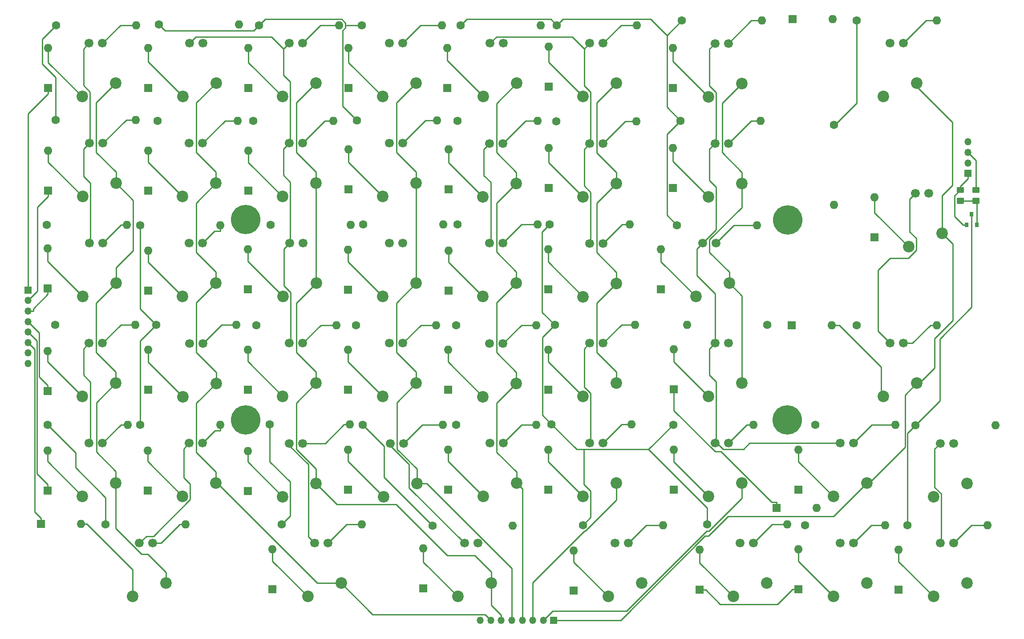
<source format=gbl>
%TF.GenerationSoftware,KiCad,Pcbnew,5.1.5+dfsg1-2build2*%
%TF.CreationDate,2021-08-29T12:06:32+02:00*%
%TF.ProjectId,BFK9kv2-right,42464b39-6b76-4322-9d72-696768742e6b,rev?*%
%TF.SameCoordinates,Original*%
%TF.FileFunction,Copper,L2,Bot*%
%TF.FilePolarity,Positive*%
%FSLAX46Y46*%
G04 Gerber Fmt 4.6, Leading zero omitted, Abs format (unit mm)*
G04 Created by KiCad (PCBNEW 5.1.5+dfsg1-2build2) date 2021-08-29 12:06:32*
%MOMM*%
%LPD*%
G04 APERTURE LIST*
%ADD10C,5.600000*%
%ADD11C,1.690600*%
%ADD12C,2.200000*%
%ADD13O,1.350000X1.350000*%
%ADD14R,1.350000X1.350000*%
%ADD15C,0.150000*%
%ADD16R,0.800000X0.900000*%
%ADD17O,1.600000X1.600000*%
%ADD18C,1.600000*%
%ADD19R,1.600000X1.600000*%
%ADD20C,0.250000*%
G04 APERTURE END LIST*
D10*
X87889100Y-87873800D03*
X87889100Y-125994000D03*
X190932000Y-125984000D03*
X190942000Y-87878900D03*
D11*
X177165000Y-73329800D03*
X179705000Y-73329800D03*
D12*
X175895000Y-83489800D03*
X182245000Y-80949800D03*
D11*
X174777000Y-92354400D03*
X177317000Y-92354400D03*
D12*
X173507000Y-102514400D03*
X179857000Y-99974400D03*
D13*
X225243000Y-73052400D03*
X225243000Y-75052400D03*
X225243000Y-77052400D03*
D14*
X225243000Y-79052400D03*
%TA.AperFunction,SMDPad,CuDef*%
D15*
G36*
X224307505Y-83683804D02*
G01*
X224331773Y-83687404D01*
X224355572Y-83693365D01*
X224378671Y-83701630D01*
X224400850Y-83712120D01*
X224421893Y-83724732D01*
X224441599Y-83739347D01*
X224459777Y-83755823D01*
X224476253Y-83774001D01*
X224490868Y-83793707D01*
X224503480Y-83814750D01*
X224513970Y-83836929D01*
X224522235Y-83860028D01*
X224528196Y-83883827D01*
X224531796Y-83908095D01*
X224533000Y-83932599D01*
X224533000Y-84582601D01*
X224531796Y-84607105D01*
X224528196Y-84631373D01*
X224522235Y-84655172D01*
X224513970Y-84678271D01*
X224503480Y-84700450D01*
X224490868Y-84721493D01*
X224476253Y-84741199D01*
X224459777Y-84759377D01*
X224441599Y-84775853D01*
X224421893Y-84790468D01*
X224400850Y-84803080D01*
X224378671Y-84813570D01*
X224355572Y-84821835D01*
X224331773Y-84827796D01*
X224307505Y-84831396D01*
X224283001Y-84832600D01*
X223382999Y-84832600D01*
X223358495Y-84831396D01*
X223334227Y-84827796D01*
X223310428Y-84821835D01*
X223287329Y-84813570D01*
X223265150Y-84803080D01*
X223244107Y-84790468D01*
X223224401Y-84775853D01*
X223206223Y-84759377D01*
X223189747Y-84741199D01*
X223175132Y-84721493D01*
X223162520Y-84700450D01*
X223152030Y-84678271D01*
X223143765Y-84655172D01*
X223137804Y-84631373D01*
X223134204Y-84607105D01*
X223133000Y-84582601D01*
X223133000Y-83932599D01*
X223134204Y-83908095D01*
X223137804Y-83883827D01*
X223143765Y-83860028D01*
X223152030Y-83836929D01*
X223162520Y-83814750D01*
X223175132Y-83793707D01*
X223189747Y-83774001D01*
X223206223Y-83755823D01*
X223224401Y-83739347D01*
X223244107Y-83724732D01*
X223265150Y-83712120D01*
X223287329Y-83701630D01*
X223310428Y-83693365D01*
X223334227Y-83687404D01*
X223358495Y-83683804D01*
X223382999Y-83682600D01*
X224283001Y-83682600D01*
X224307505Y-83683804D01*
G37*
%TD.AperFunction*%
%TA.AperFunction,SMDPad,CuDef*%
G36*
X224307505Y-81633804D02*
G01*
X224331773Y-81637404D01*
X224355572Y-81643365D01*
X224378671Y-81651630D01*
X224400850Y-81662120D01*
X224421893Y-81674732D01*
X224441599Y-81689347D01*
X224459777Y-81705823D01*
X224476253Y-81724001D01*
X224490868Y-81743707D01*
X224503480Y-81764750D01*
X224513970Y-81786929D01*
X224522235Y-81810028D01*
X224528196Y-81833827D01*
X224531796Y-81858095D01*
X224533000Y-81882599D01*
X224533000Y-82532601D01*
X224531796Y-82557105D01*
X224528196Y-82581373D01*
X224522235Y-82605172D01*
X224513970Y-82628271D01*
X224503480Y-82650450D01*
X224490868Y-82671493D01*
X224476253Y-82691199D01*
X224459777Y-82709377D01*
X224441599Y-82725853D01*
X224421893Y-82740468D01*
X224400850Y-82753080D01*
X224378671Y-82763570D01*
X224355572Y-82771835D01*
X224331773Y-82777796D01*
X224307505Y-82781396D01*
X224283001Y-82782600D01*
X223382999Y-82782600D01*
X223358495Y-82781396D01*
X223334227Y-82777796D01*
X223310428Y-82771835D01*
X223287329Y-82763570D01*
X223265150Y-82753080D01*
X223244107Y-82740468D01*
X223224401Y-82725853D01*
X223206223Y-82709377D01*
X223189747Y-82691199D01*
X223175132Y-82671493D01*
X223162520Y-82650450D01*
X223152030Y-82628271D01*
X223143765Y-82605172D01*
X223137804Y-82581373D01*
X223134204Y-82557105D01*
X223133000Y-82532601D01*
X223133000Y-81882599D01*
X223134204Y-81858095D01*
X223137804Y-81833827D01*
X223143765Y-81810028D01*
X223152030Y-81786929D01*
X223162520Y-81764750D01*
X223175132Y-81743707D01*
X223189747Y-81724001D01*
X223206223Y-81705823D01*
X223224401Y-81689347D01*
X223244107Y-81674732D01*
X223265150Y-81662120D01*
X223287329Y-81651630D01*
X223310428Y-81643365D01*
X223334227Y-81637404D01*
X223358495Y-81633804D01*
X223382999Y-81632600D01*
X224283001Y-81632600D01*
X224307505Y-81633804D01*
G37*
%TD.AperFunction*%
%TA.AperFunction,SMDPad,CuDef*%
G36*
X227257505Y-81633804D02*
G01*
X227281773Y-81637404D01*
X227305572Y-81643365D01*
X227328671Y-81651630D01*
X227350850Y-81662120D01*
X227371893Y-81674732D01*
X227391599Y-81689347D01*
X227409777Y-81705823D01*
X227426253Y-81724001D01*
X227440868Y-81743707D01*
X227453480Y-81764750D01*
X227463970Y-81786929D01*
X227472235Y-81810028D01*
X227478196Y-81833827D01*
X227481796Y-81858095D01*
X227483000Y-81882599D01*
X227483000Y-82532601D01*
X227481796Y-82557105D01*
X227478196Y-82581373D01*
X227472235Y-82605172D01*
X227463970Y-82628271D01*
X227453480Y-82650450D01*
X227440868Y-82671493D01*
X227426253Y-82691199D01*
X227409777Y-82709377D01*
X227391599Y-82725853D01*
X227371893Y-82740468D01*
X227350850Y-82753080D01*
X227328671Y-82763570D01*
X227305572Y-82771835D01*
X227281773Y-82777796D01*
X227257505Y-82781396D01*
X227233001Y-82782600D01*
X226332999Y-82782600D01*
X226308495Y-82781396D01*
X226284227Y-82777796D01*
X226260428Y-82771835D01*
X226237329Y-82763570D01*
X226215150Y-82753080D01*
X226194107Y-82740468D01*
X226174401Y-82725853D01*
X226156223Y-82709377D01*
X226139747Y-82691199D01*
X226125132Y-82671493D01*
X226112520Y-82650450D01*
X226102030Y-82628271D01*
X226093765Y-82605172D01*
X226087804Y-82581373D01*
X226084204Y-82557105D01*
X226083000Y-82532601D01*
X226083000Y-81882599D01*
X226084204Y-81858095D01*
X226087804Y-81833827D01*
X226093765Y-81810028D01*
X226102030Y-81786929D01*
X226112520Y-81764750D01*
X226125132Y-81743707D01*
X226139747Y-81724001D01*
X226156223Y-81705823D01*
X226174401Y-81689347D01*
X226194107Y-81674732D01*
X226215150Y-81662120D01*
X226237329Y-81651630D01*
X226260428Y-81643365D01*
X226284227Y-81637404D01*
X226308495Y-81633804D01*
X226332999Y-81632600D01*
X227233001Y-81632600D01*
X227257505Y-81633804D01*
G37*
%TD.AperFunction*%
%TA.AperFunction,SMDPad,CuDef*%
G36*
X227257505Y-83683804D02*
G01*
X227281773Y-83687404D01*
X227305572Y-83693365D01*
X227328671Y-83701630D01*
X227350850Y-83712120D01*
X227371893Y-83724732D01*
X227391599Y-83739347D01*
X227409777Y-83755823D01*
X227426253Y-83774001D01*
X227440868Y-83793707D01*
X227453480Y-83814750D01*
X227463970Y-83836929D01*
X227472235Y-83860028D01*
X227478196Y-83883827D01*
X227481796Y-83908095D01*
X227483000Y-83932599D01*
X227483000Y-84582601D01*
X227481796Y-84607105D01*
X227478196Y-84631373D01*
X227472235Y-84655172D01*
X227463970Y-84678271D01*
X227453480Y-84700450D01*
X227440868Y-84721493D01*
X227426253Y-84741199D01*
X227409777Y-84759377D01*
X227391599Y-84775853D01*
X227371893Y-84790468D01*
X227350850Y-84803080D01*
X227328671Y-84813570D01*
X227305572Y-84821835D01*
X227281773Y-84827796D01*
X227257505Y-84831396D01*
X227233001Y-84832600D01*
X226332999Y-84832600D01*
X226308495Y-84831396D01*
X226284227Y-84827796D01*
X226260428Y-84821835D01*
X226237329Y-84813570D01*
X226215150Y-84803080D01*
X226194107Y-84790468D01*
X226174401Y-84775853D01*
X226156223Y-84759377D01*
X226139747Y-84741199D01*
X226125132Y-84721493D01*
X226112520Y-84700450D01*
X226102030Y-84678271D01*
X226093765Y-84655172D01*
X226087804Y-84631373D01*
X226084204Y-84607105D01*
X226083000Y-84582601D01*
X226083000Y-83932599D01*
X226084204Y-83908095D01*
X226087804Y-83883827D01*
X226093765Y-83860028D01*
X226102030Y-83836929D01*
X226112520Y-83814750D01*
X226125132Y-83793707D01*
X226139747Y-83774001D01*
X226156223Y-83755823D01*
X226174401Y-83739347D01*
X226194107Y-83724732D01*
X226215150Y-83712120D01*
X226237329Y-83701630D01*
X226260428Y-83693365D01*
X226284227Y-83687404D01*
X226308495Y-83683804D01*
X226332999Y-83682600D01*
X227233001Y-83682600D01*
X227257505Y-83683804D01*
G37*
%TD.AperFunction*%
D16*
X225983000Y-86832600D03*
X225033000Y-88832600D03*
X226933000Y-88832600D03*
D13*
X132482000Y-164186000D03*
X134482000Y-164186000D03*
X136482000Y-164186000D03*
X138482000Y-164186000D03*
X140482000Y-164186000D03*
X142482000Y-164186000D03*
X144482000Y-164186000D03*
D14*
X146482000Y-164186000D03*
D13*
X46431200Y-115270000D03*
X46431200Y-113270000D03*
X46431200Y-111270000D03*
X46431200Y-109270000D03*
X46431200Y-107270000D03*
X46431200Y-105270000D03*
X46431200Y-103270000D03*
D14*
X46431200Y-101270000D03*
D11*
X219989000Y-149504000D03*
X222529000Y-149504000D03*
D12*
X218719000Y-159664000D03*
X225069000Y-157124000D03*
D11*
X158090000Y-149504000D03*
X160630000Y-149504000D03*
D12*
X156820000Y-159664000D03*
X163170000Y-157124000D03*
D11*
X129515000Y-149504000D03*
X132055000Y-149504000D03*
D12*
X128245000Y-159664000D03*
X134595000Y-157124000D03*
D11*
X100940000Y-149479000D03*
X103480000Y-149479000D03*
D12*
X99670000Y-159639000D03*
X106020000Y-157099000D03*
D11*
X67614800Y-149504000D03*
X70154800Y-149504000D03*
D12*
X66344800Y-159664000D03*
X72694800Y-157124000D03*
D11*
X200939000Y-130429000D03*
X203479000Y-130429000D03*
D12*
X199669000Y-140589000D03*
X206019000Y-138049000D03*
D11*
X220015000Y-130505000D03*
X222555000Y-130505000D03*
D12*
X218745000Y-140665000D03*
X225095000Y-138125000D03*
D11*
X210464000Y-111404000D03*
X213004000Y-111404000D03*
D12*
X209194000Y-121564000D03*
X215544000Y-119024000D03*
D17*
X219304000Y-107950000D03*
D18*
X204064000Y-107950000D03*
D17*
X199398000Y-107996000D03*
D19*
X191778000Y-107996000D03*
D17*
X211480000Y-126949000D03*
D18*
X196240000Y-126949000D03*
D17*
X230505000Y-127000000D03*
D18*
X215265000Y-127000000D03*
D17*
X228981000Y-146050000D03*
D18*
X213741000Y-146050000D03*
D17*
X184429000Y-126949000D03*
D18*
X169189000Y-126949000D03*
D17*
X171882000Y-107899000D03*
D18*
X187122000Y-107899000D03*
D17*
X185166000Y-88900000D03*
D18*
X169926000Y-88900000D03*
D17*
X209550000Y-146050000D03*
D18*
X194310000Y-146050000D03*
D17*
X161290000Y-126873000D03*
D18*
X146050000Y-126873000D03*
D17*
X161900000Y-107925000D03*
D18*
X146660000Y-107925000D03*
D17*
X160909000Y-88773000D03*
D18*
X145669000Y-88773000D03*
D17*
X190881000Y-145923000D03*
D18*
X175641000Y-145923000D03*
D17*
X143180000Y-126924000D03*
D18*
X127940000Y-126924000D03*
D17*
X143129000Y-107950000D03*
D18*
X127889000Y-107950000D03*
D17*
X143383000Y-88773000D03*
D18*
X128143000Y-88773000D03*
D17*
X167259000Y-146050000D03*
D18*
X152019000Y-146050000D03*
D17*
X125324000Y-126924000D03*
D18*
X110084000Y-126924000D03*
D17*
X124079000Y-107950000D03*
D18*
X108839000Y-107950000D03*
D17*
X125476000Y-88773000D03*
D18*
X110236000Y-88773000D03*
D17*
X138684000Y-146177000D03*
D18*
X123444000Y-146177000D03*
D17*
X107696000Y-126898000D03*
D18*
X92456000Y-126898000D03*
D17*
X105156000Y-107950000D03*
D18*
X89916000Y-107950000D03*
D17*
X107873800Y-88823800D03*
D18*
X92633800Y-88823800D03*
D17*
X109982000Y-145923000D03*
D18*
X94742000Y-145923000D03*
D17*
X83058000Y-126949000D03*
D18*
X67818000Y-126949000D03*
D17*
X86106000Y-107874000D03*
D18*
X70866000Y-107874000D03*
D17*
X83058000Y-88900000D03*
D18*
X67818000Y-88900000D03*
D17*
X76454000Y-145923000D03*
D18*
X61214000Y-145923000D03*
D17*
X65379600Y-126924000D03*
D18*
X50139600Y-126924000D03*
D17*
X66852800Y-107925000D03*
D18*
X51612800Y-107925000D03*
D17*
X65278000Y-88823800D03*
D18*
X50038000Y-88823800D03*
D11*
X177165000Y-130429000D03*
X179705000Y-130429000D03*
D12*
X175895000Y-140589000D03*
X182245000Y-138049000D03*
D11*
X177165000Y-111354000D03*
X179705000Y-111354000D03*
D12*
X175895000Y-121514000D03*
X182245000Y-118974000D03*
D11*
X200965000Y-149479000D03*
X203505000Y-149479000D03*
D12*
X199695000Y-159639000D03*
X206045000Y-157099000D03*
D11*
X153314000Y-130429000D03*
X155854000Y-130429000D03*
D12*
X152044000Y-140589000D03*
X158394000Y-138049000D03*
D11*
X153340000Y-111404000D03*
X155880000Y-111404000D03*
D12*
X152070000Y-121564000D03*
X158420000Y-119024000D03*
D11*
X153340000Y-92379800D03*
X155880000Y-92379800D03*
D12*
X152070000Y-102539800D03*
X158420000Y-99999800D03*
D11*
X181915000Y-149504000D03*
X184455000Y-149504000D03*
D12*
X180645000Y-159664000D03*
X186995000Y-157124000D03*
D11*
X134315000Y-130454000D03*
X136855000Y-130454000D03*
D12*
X133045000Y-140614000D03*
X139395000Y-138074000D03*
D11*
X134290000Y-111430000D03*
X136830000Y-111430000D03*
D12*
X133020000Y-121590000D03*
X139370000Y-119050000D03*
D11*
X134290000Y-92303600D03*
X136830000Y-92303600D03*
D12*
X133020000Y-102463600D03*
X139370000Y-99923600D03*
D11*
X115341000Y-130480000D03*
X117881000Y-130480000D03*
D12*
X114071000Y-140640000D03*
X120421000Y-138100000D03*
D11*
X115240000Y-111404000D03*
X117780000Y-111404000D03*
D12*
X113970000Y-121564000D03*
X120320000Y-119024000D03*
D11*
X115240000Y-92354400D03*
X117780000Y-92354400D03*
D12*
X113970000Y-102514400D03*
X120320000Y-99974400D03*
D11*
X96164400Y-130480000D03*
X98704400Y-130480000D03*
D12*
X94894400Y-140640000D03*
X101244400Y-138100000D03*
D11*
X96189800Y-111379000D03*
X98729800Y-111379000D03*
D12*
X94919800Y-121539000D03*
X101269800Y-118999000D03*
D11*
X96215200Y-92329000D03*
X98755200Y-92329000D03*
D12*
X94945200Y-102489000D03*
X101295200Y-99949000D03*
D11*
X77139800Y-130429000D03*
X79679800Y-130429000D03*
D12*
X75869800Y-140589000D03*
X82219800Y-138049000D03*
D11*
X77165200Y-111430000D03*
X79705200Y-111430000D03*
D12*
X75895200Y-121590000D03*
X82245200Y-119050000D03*
D11*
X77114400Y-92329000D03*
X79654400Y-92329000D03*
D12*
X75844400Y-102489000D03*
X82194400Y-99949000D03*
D11*
X58089800Y-130429000D03*
X60629800Y-130429000D03*
D12*
X56819800Y-140589000D03*
X63169800Y-138049000D03*
D11*
X58089800Y-111404000D03*
X60629800Y-111404000D03*
D12*
X56819800Y-121564000D03*
X63169800Y-119024000D03*
D11*
X58115200Y-92354400D03*
X60655200Y-92354400D03*
D12*
X56845200Y-102514400D03*
X63195200Y-99974400D03*
D17*
X193040000Y-131699000D03*
D19*
X193040000Y-139319000D03*
D17*
X196520000Y-142799000D03*
D19*
X188900000Y-142799000D03*
D17*
X212090000Y-150749000D03*
D19*
X212090000Y-158369000D03*
D17*
X169291000Y-131699000D03*
D19*
X169291000Y-139319000D03*
D17*
X169291000Y-112522000D03*
D19*
X169291000Y-120142000D03*
D17*
X166878000Y-93472000D03*
D19*
X166878000Y-101092000D03*
D17*
X193040000Y-150622000D03*
D19*
X193040000Y-158242000D03*
D17*
X145415000Y-131699000D03*
D19*
X145415000Y-139319000D03*
D17*
X145415000Y-112649000D03*
D19*
X145415000Y-120269000D03*
D17*
X145415000Y-93472000D03*
D19*
X145415000Y-101092000D03*
D17*
X174244000Y-150749000D03*
D19*
X174244000Y-158369000D03*
D17*
X126365000Y-131699000D03*
D19*
X126365000Y-139319000D03*
D17*
X126365000Y-112649000D03*
D19*
X126365000Y-120269000D03*
D17*
X126492000Y-93726000D03*
D19*
X126492000Y-101346000D03*
D17*
X150241000Y-150876000D03*
D19*
X150241000Y-158496000D03*
D17*
X107315000Y-131699000D03*
D19*
X107315000Y-139319000D03*
D17*
X107315000Y-112649000D03*
D19*
X107315000Y-120269000D03*
D17*
X107315000Y-93599000D03*
D19*
X107315000Y-101219000D03*
D17*
X121666000Y-150495000D03*
D19*
X121666000Y-158115000D03*
D17*
X88265000Y-131953000D03*
D19*
X88265000Y-139573000D03*
D17*
X88265000Y-112649000D03*
D19*
X88265000Y-120269000D03*
D17*
X88265000Y-93472000D03*
D19*
X88265000Y-101092000D03*
D17*
X92964000Y-150622000D03*
D19*
X92964000Y-158242000D03*
D17*
X69215000Y-131826000D03*
D19*
X69215000Y-139446000D03*
D17*
X69342000Y-112649000D03*
D19*
X69342000Y-120269000D03*
D17*
X69342000Y-93726000D03*
D19*
X69342000Y-101346000D03*
D17*
X56502300Y-145834000D03*
D19*
X48882300Y-145834000D03*
D17*
X50165000Y-131826000D03*
D19*
X50165000Y-139446000D03*
D17*
X50165000Y-112903000D03*
D19*
X50165000Y-120523000D03*
D17*
X50165000Y-93345000D03*
D19*
X50165000Y-100965000D03*
D17*
X207518000Y-83566000D03*
D19*
X207518000Y-91186000D03*
D17*
X199527000Y-49672200D03*
D19*
X191907000Y-49672200D03*
D17*
X169164000Y-74168000D03*
D19*
X169164000Y-81788000D03*
D17*
X169164000Y-55118000D03*
D19*
X169164000Y-62738000D03*
D17*
X145542000Y-74168000D03*
D19*
X145542000Y-81788000D03*
D17*
X145542000Y-54864000D03*
D19*
X145542000Y-62484000D03*
D17*
X126492000Y-74422000D03*
D19*
X126492000Y-82042000D03*
D17*
X126238000Y-55118000D03*
D19*
X126238000Y-62738000D03*
D17*
X107442000Y-74422000D03*
D19*
X107442000Y-82042000D03*
D17*
X107442000Y-55118000D03*
D19*
X107442000Y-62738000D03*
D17*
X88392000Y-74676000D03*
D19*
X88392000Y-82296000D03*
D17*
X88392000Y-55118000D03*
D19*
X88392000Y-62738000D03*
D17*
X69342000Y-74676000D03*
D19*
X69342000Y-82296000D03*
D17*
X69342000Y-55118000D03*
D19*
X69342000Y-62738000D03*
D17*
X50292000Y-74676000D03*
D19*
X50292000Y-82296000D03*
D17*
X50292000Y-55118000D03*
D19*
X50292000Y-62738000D03*
D11*
X153314000Y-54229000D03*
X155854000Y-54229000D03*
D12*
X152044000Y-64389000D03*
X158394000Y-61849000D03*
D11*
X115214000Y-73279000D03*
X117754000Y-73279000D03*
D12*
X113944000Y-83439000D03*
X120294000Y-80899000D03*
D11*
X210490000Y-54254400D03*
X213030000Y-54254400D03*
D12*
X209220000Y-64414400D03*
X215570000Y-61874400D03*
D11*
X215265000Y-82854800D03*
X217805000Y-82854800D03*
D12*
X213995000Y-93014800D03*
X220345000Y-90474800D03*
D11*
X177165000Y-54279800D03*
X179705000Y-54279800D03*
D12*
X175895000Y-64439800D03*
X182245000Y-61899800D03*
D11*
X153314000Y-73380600D03*
X155854000Y-73380600D03*
D12*
X152044000Y-83540600D03*
X158394000Y-81000600D03*
D11*
X134264000Y-73329800D03*
X136804000Y-73329800D03*
D12*
X132994000Y-83489800D03*
X139344000Y-80949800D03*
D11*
X134366000Y-54229000D03*
X136906000Y-54229000D03*
D12*
X133096000Y-64389000D03*
X139446000Y-61849000D03*
D11*
X115189000Y-54229000D03*
X117729000Y-54229000D03*
D12*
X113919000Y-64389000D03*
X120269000Y-61849000D03*
D11*
X96139000Y-73304400D03*
X98679000Y-73304400D03*
D12*
X94869000Y-83464400D03*
X101219000Y-80924400D03*
D11*
X96139000Y-54229000D03*
X98679000Y-54229000D03*
D12*
X94869000Y-64389000D03*
X101219000Y-61849000D03*
D11*
X77139800Y-73304400D03*
X79679800Y-73304400D03*
D12*
X75869800Y-83464400D03*
X82219800Y-80924400D03*
D11*
X77165200Y-54203600D03*
X79705200Y-54203600D03*
D12*
X75895200Y-64363600D03*
X82245200Y-61823600D03*
D11*
X58115200Y-73304400D03*
X60655200Y-73304400D03*
D12*
X56845200Y-83464400D03*
X63195200Y-80924400D03*
D11*
X58064400Y-54254400D03*
X60604400Y-54254400D03*
D12*
X56794400Y-64414400D03*
X63144400Y-61874400D03*
D17*
X199814000Y-85049400D03*
D18*
X199814000Y-69809400D03*
D17*
X219354000Y-49936400D03*
D18*
X204114000Y-49936400D03*
D17*
X185852000Y-69011800D03*
D18*
X170612000Y-69011800D03*
D17*
X186080000Y-49936400D03*
D18*
X170840000Y-49936400D03*
D17*
X162154000Y-69164200D03*
D18*
X146914000Y-69164200D03*
D17*
X162306000Y-50800000D03*
D18*
X147066000Y-50800000D03*
D17*
X143358000Y-69011800D03*
D18*
X128118000Y-69011800D03*
D17*
X144018000Y-50800000D03*
D18*
X128778000Y-50800000D03*
D17*
X124257000Y-68961000D03*
D18*
X109017000Y-68961000D03*
D17*
X125222000Y-50800000D03*
D18*
X109982000Y-50800000D03*
D17*
X104546400Y-69062600D03*
D18*
X89306400Y-69062600D03*
D17*
X105664000Y-50800000D03*
D18*
X90424000Y-50800000D03*
D17*
X86309200Y-69062600D03*
D18*
X71069200Y-69062600D03*
D17*
X86614000Y-50698400D03*
D18*
X71374000Y-50698400D03*
D17*
X66929000Y-68834000D03*
D18*
X51689000Y-68834000D03*
D17*
X67056000Y-50800000D03*
D18*
X51816000Y-50800000D03*
D20*
X67056000Y-50800000D02*
X64058800Y-50800000D01*
X64058800Y-50800000D02*
X60604400Y-54254400D01*
X105664000Y-50800000D02*
X102108000Y-50800000D01*
X102108000Y-50800000D02*
X98679000Y-54229000D01*
X125222000Y-50800000D02*
X121158000Y-50800000D01*
X121158000Y-50800000D02*
X117729000Y-54229000D01*
X162306000Y-50800000D02*
X159283000Y-50800000D01*
X159283000Y-50800000D02*
X155854000Y-54229000D01*
X186080000Y-49936400D02*
X184048400Y-49936400D01*
X184048400Y-49936400D02*
X179705000Y-54279800D01*
X219354000Y-49936400D02*
X217348000Y-49936400D01*
X217348000Y-49936400D02*
X213030000Y-54254400D01*
X66929000Y-68834000D02*
X65125600Y-68834000D01*
X65125600Y-68834000D02*
X60655200Y-73304400D01*
X86309200Y-69062600D02*
X83921600Y-69062600D01*
X83921600Y-69062600D02*
X79679800Y-73304400D01*
X104546400Y-69062600D02*
X102920800Y-69062600D01*
X102920800Y-69062600D02*
X98679000Y-73304400D01*
X124257000Y-68961000D02*
X122072000Y-68961000D01*
X122072000Y-68961000D02*
X117754000Y-73279000D01*
X143358000Y-69011800D02*
X141122000Y-69011800D01*
X141122000Y-69011800D02*
X136804000Y-73329800D01*
X185852000Y-69011800D02*
X184023000Y-69011800D01*
X184023000Y-69011800D02*
X179705000Y-73329800D01*
X162154000Y-69164200D02*
X160070400Y-69164200D01*
X160070400Y-69164200D02*
X155854000Y-73380600D01*
X50292000Y-55118000D02*
X50292000Y-57912000D01*
X50292000Y-57912000D02*
X56794400Y-64414400D01*
X50292000Y-62738000D02*
X50292000Y-63863300D01*
X50292000Y-63863300D02*
X46431200Y-67724100D01*
X46431200Y-67724100D02*
X46431200Y-101270000D01*
X50292000Y-74676000D02*
X50292000Y-76911200D01*
X50292000Y-76911200D02*
X56845200Y-83464400D01*
X50292000Y-82296000D02*
X50292000Y-83421300D01*
X50292000Y-83421300D02*
X48235600Y-85477700D01*
X48235600Y-85477700D02*
X48235600Y-101465600D01*
X48235600Y-101465600D02*
X46431200Y-103270000D01*
X69342000Y-55118000D02*
X69342000Y-57810400D01*
X69342000Y-57810400D02*
X75895200Y-64363600D01*
X69342000Y-74676000D02*
X69342000Y-76936600D01*
X69342000Y-76936600D02*
X75869800Y-83464400D01*
X88392000Y-55118000D02*
X88392000Y-57912000D01*
X88392000Y-57912000D02*
X94869000Y-64389000D01*
X88392000Y-74676000D02*
X88392000Y-76987400D01*
X88392000Y-76987400D02*
X94869000Y-83464400D01*
X107442000Y-55118000D02*
X107442000Y-57912000D01*
X107442000Y-57912000D02*
X113919000Y-64389000D01*
X107442000Y-74422000D02*
X107442000Y-76937000D01*
X107442000Y-76937000D02*
X113944000Y-83439000D01*
X126238000Y-55118000D02*
X126238000Y-57531000D01*
X126238000Y-57531000D02*
X133096000Y-64389000D01*
X126492000Y-74422000D02*
X126492000Y-76987800D01*
X126492000Y-76987800D02*
X132994000Y-83489800D01*
X145542000Y-54864000D02*
X145542000Y-57887000D01*
X145542000Y-57887000D02*
X152044000Y-64389000D01*
X145542000Y-74168000D02*
X145542000Y-77038600D01*
X145542000Y-77038600D02*
X152044000Y-83540600D01*
X169164000Y-55118000D02*
X169164000Y-57708800D01*
X169164000Y-57708800D02*
X175895000Y-64439800D01*
X169164000Y-74168000D02*
X169164000Y-76758800D01*
X169164000Y-76758800D02*
X175895000Y-83489800D01*
X213995000Y-93014800D02*
X207518000Y-86537800D01*
X207518000Y-86537800D02*
X207518000Y-83566000D01*
X50139600Y-126924000D02*
X55480200Y-132264600D01*
X55480200Y-132264600D02*
X55480200Y-135069300D01*
X55480200Y-135069300D02*
X61214000Y-140803100D01*
X61214000Y-140803100D02*
X61214000Y-145923000D01*
X164493000Y-131645000D02*
X169189000Y-126949000D01*
X152193700Y-131645000D02*
X164493000Y-131645000D01*
X175641000Y-145923000D02*
X175641000Y-142793000D01*
X175641000Y-142793000D02*
X164493000Y-131645000D01*
X146050000Y-126873000D02*
X150822000Y-131645000D01*
X150822000Y-131645000D02*
X152193700Y-131645000D01*
X152193700Y-131645000D02*
X152193700Y-138267600D01*
X152193700Y-138267600D02*
X153507700Y-139581600D01*
X153507700Y-139581600D02*
X153507700Y-144561300D01*
X153507700Y-144561300D02*
X152019000Y-146050000D01*
X146660000Y-107925000D02*
X144289600Y-110295400D01*
X144289600Y-110295400D02*
X144289600Y-125112600D01*
X144289600Y-125112600D02*
X146050000Y-126873000D01*
X146660000Y-107925000D02*
X144277400Y-105542400D01*
X144277400Y-105542400D02*
X144277400Y-90164600D01*
X144277400Y-90164600D02*
X145669000Y-88773000D01*
X90424000Y-50800000D02*
X89400200Y-51823800D01*
X89400200Y-51823800D02*
X72499400Y-51823800D01*
X72499400Y-51823800D02*
X71374000Y-50698400D01*
X106839400Y-50800000D02*
X106839400Y-50377900D01*
X106839400Y-50377900D02*
X106136100Y-49674600D01*
X106136100Y-49674600D02*
X91549400Y-49674600D01*
X91549400Y-49674600D02*
X90424000Y-50800000D01*
X51816000Y-50800000D02*
X49127700Y-53488300D01*
X49127700Y-53488300D02*
X49127700Y-58194400D01*
X49127700Y-58194400D02*
X51689000Y-60755700D01*
X51689000Y-60755700D02*
X51689000Y-68834000D01*
X106839400Y-50800000D02*
X106839400Y-51294700D01*
X106839400Y-51294700D02*
X106316600Y-51817500D01*
X106316600Y-51817500D02*
X106316600Y-66260600D01*
X106316600Y-66260600D02*
X109017000Y-68961000D01*
X106839400Y-50800000D02*
X109982000Y-50800000D01*
X128778000Y-50800000D02*
X129903400Y-49674600D01*
X129903400Y-49674600D02*
X145940600Y-49674600D01*
X145940600Y-49674600D02*
X147066000Y-50800000D01*
X168027400Y-52749000D02*
X168027400Y-66427200D01*
X168027400Y-66427200D02*
X170612000Y-69011800D01*
X170840000Y-49936400D02*
X168027400Y-52749000D01*
X168027400Y-52749000D02*
X164929800Y-49651400D01*
X164929800Y-49651400D02*
X148214600Y-49651400D01*
X148214600Y-49651400D02*
X147066000Y-50800000D01*
X67818000Y-88900000D02*
X67818000Y-104826000D01*
X67818000Y-104826000D02*
X70866000Y-107874000D01*
X199814000Y-69809400D02*
X199929900Y-69809400D01*
X199929900Y-69809400D02*
X204114000Y-65625300D01*
X204114000Y-65625300D02*
X204114000Y-49936400D01*
X170612000Y-69011800D02*
X168038600Y-71585200D01*
X168038600Y-71585200D02*
X168038600Y-87012600D01*
X168038600Y-87012600D02*
X169926000Y-88900000D01*
X67818000Y-126949000D02*
X67818000Y-110922000D01*
X67818000Y-110922000D02*
X70866000Y-107874000D01*
X123444000Y-146177000D02*
X114170300Y-136903300D01*
X114170300Y-136903300D02*
X114170300Y-131010300D01*
X114170300Y-131010300D02*
X110084000Y-126924000D01*
X225983000Y-86832600D02*
X225983000Y-104552300D01*
X225983000Y-104552300D02*
X219917600Y-110617700D01*
X219917600Y-110617700D02*
X219917600Y-122347400D01*
X219917600Y-122347400D02*
X215265000Y-127000000D01*
X213741000Y-146050000D02*
X213741000Y-128524000D01*
X213741000Y-128524000D02*
X215265000Y-127000000D01*
X94742000Y-145923000D02*
X96321400Y-144343600D01*
X96321400Y-144343600D02*
X96321400Y-137829300D01*
X96321400Y-137829300D02*
X92456000Y-133963900D01*
X92456000Y-133963900D02*
X92456000Y-126898000D01*
X96164400Y-130480000D02*
X96164400Y-130907600D01*
X96164400Y-130907600D02*
X99768600Y-134511800D01*
X99768600Y-134511800D02*
X99768600Y-148307600D01*
X99768600Y-148307600D02*
X100940000Y-149479000D01*
X153340000Y-111404000D02*
X152283800Y-112460200D01*
X152283800Y-112460200D02*
X152283800Y-119756900D01*
X152283800Y-119756900D02*
X153506500Y-120979600D01*
X153506500Y-120979600D02*
X153506500Y-130236500D01*
X153506500Y-130236500D02*
X153314000Y-130429000D01*
X177343100Y-130250900D02*
X177343100Y-118724400D01*
X177343100Y-118724400D02*
X176067800Y-117449100D01*
X176067800Y-117449100D02*
X176067800Y-112451200D01*
X176067800Y-112451200D02*
X177165000Y-111354000D01*
X177165000Y-130429000D02*
X177343100Y-130250900D01*
X200939000Y-130429000D02*
X183737400Y-130429000D01*
X183737400Y-130429000D02*
X182555800Y-131610600D01*
X182555800Y-131610600D02*
X178702800Y-131610600D01*
X178702800Y-131610600D02*
X177343100Y-130250900D01*
X96215200Y-92329000D02*
X95155000Y-93389200D01*
X95155000Y-93389200D02*
X95155000Y-100473100D01*
X95155000Y-100473100D02*
X96408800Y-101726900D01*
X96408800Y-101726900D02*
X96408800Y-111160000D01*
X96408800Y-111160000D02*
X96189800Y-111379000D01*
X96139000Y-73304400D02*
X95041800Y-74401600D01*
X95041800Y-74401600D02*
X95041800Y-79399500D01*
X95041800Y-79399500D02*
X96355200Y-80712900D01*
X96355200Y-80712900D02*
X96355200Y-92189000D01*
X96355200Y-92189000D02*
X96215200Y-92329000D01*
X220015000Y-130505000D02*
X218958800Y-131561200D01*
X218958800Y-131561200D02*
X218958800Y-138857900D01*
X218958800Y-138857900D02*
X220181500Y-140080600D01*
X220181500Y-140080600D02*
X220181500Y-149311500D01*
X220181500Y-149311500D02*
X219989000Y-149504000D01*
X58115200Y-73304400D02*
X57059000Y-74360600D01*
X57059000Y-74360600D02*
X57059000Y-79634500D01*
X57059000Y-79634500D02*
X58286400Y-80861900D01*
X58286400Y-80861900D02*
X58286400Y-92183200D01*
X58286400Y-92183200D02*
X58115200Y-92354400D01*
X58064400Y-54254400D02*
X57004200Y-55314600D01*
X57004200Y-55314600D02*
X57004200Y-62249700D01*
X57004200Y-62249700D02*
X58253300Y-63498800D01*
X58253300Y-63498800D02*
X58253300Y-73166300D01*
X58253300Y-73166300D02*
X58115200Y-73304400D01*
X95041800Y-55326200D02*
X96139000Y-54229000D01*
X96139000Y-73304400D02*
X96335600Y-73107800D01*
X96335600Y-73107800D02*
X96335600Y-61617900D01*
X96335600Y-61617900D02*
X95041800Y-60324100D01*
X95041800Y-60324100D02*
X95041800Y-55326200D01*
X95041800Y-55326200D02*
X92748500Y-53032900D01*
X92748500Y-53032900D02*
X78335900Y-53032900D01*
X78335900Y-53032900D02*
X77165200Y-54203600D01*
X152253800Y-55289200D02*
X152253800Y-62325900D01*
X152253800Y-62325900D02*
X153477900Y-63550000D01*
X153477900Y-63550000D02*
X153477900Y-73216700D01*
X153477900Y-73216700D02*
X153314000Y-73380600D01*
X153314000Y-54229000D02*
X152253800Y-55289200D01*
X152253800Y-55289200D02*
X149994100Y-53029500D01*
X149994100Y-53029500D02*
X135565500Y-53029500D01*
X135565500Y-53029500D02*
X134366000Y-54229000D01*
X215265000Y-82854800D02*
X214204800Y-83915000D01*
X214204800Y-83915000D02*
X214204800Y-90196300D01*
X214204800Y-90196300D02*
X215436300Y-91427800D01*
X215436300Y-91427800D02*
X215436300Y-93672600D01*
X215436300Y-93672600D02*
X213936500Y-95172400D01*
X213936500Y-95172400D02*
X210474400Y-95172400D01*
X210474400Y-95172400D02*
X208180300Y-97466500D01*
X208180300Y-97466500D02*
X208180300Y-109120300D01*
X208180300Y-109120300D02*
X210464000Y-111404000D01*
X174777000Y-92354400D02*
X177334800Y-89796600D01*
X177334800Y-89796600D02*
X177334800Y-81628800D01*
X177334800Y-81628800D02*
X176105300Y-80399300D01*
X176105300Y-80399300D02*
X176105300Y-74389500D01*
X176105300Y-74389500D02*
X177165000Y-73329800D01*
X177165000Y-111354000D02*
X177165000Y-101992300D01*
X177165000Y-101992300D02*
X173716800Y-98544100D01*
X173716800Y-98544100D02*
X173716800Y-93414600D01*
X173716800Y-93414600D02*
X174777000Y-92354400D01*
X115341000Y-130480000D02*
X115341000Y-130907600D01*
X115341000Y-130907600D02*
X118945200Y-134511800D01*
X118945200Y-134511800D02*
X118945200Y-138934200D01*
X118945200Y-138934200D02*
X129515000Y-149504000D01*
X77139800Y-130429000D02*
X76055100Y-131513700D01*
X76055100Y-131513700D02*
X76055100Y-136987800D01*
X76055100Y-136987800D02*
X77300800Y-138233500D01*
X77300800Y-138233500D02*
X77300800Y-141190100D01*
X77300800Y-141190100D02*
X70313400Y-148177500D01*
X70313400Y-148177500D02*
X68941300Y-148177500D01*
X68941300Y-148177500D02*
X67614800Y-149504000D01*
X58089800Y-130429000D02*
X58286400Y-130232400D01*
X58286400Y-130232400D02*
X58286400Y-118792900D01*
X58286400Y-118792900D02*
X56992600Y-117499100D01*
X56992600Y-117499100D02*
X56992600Y-112501200D01*
X56992600Y-112501200D02*
X58089800Y-111404000D01*
X134290000Y-92303600D02*
X134480100Y-92113500D01*
X134480100Y-92113500D02*
X134480100Y-80738200D01*
X134480100Y-80738200D02*
X133166800Y-79424900D01*
X133166800Y-79424900D02*
X133166800Y-74427000D01*
X133166800Y-74427000D02*
X134264000Y-73329800D01*
X153314000Y-73380600D02*
X152245800Y-74448800D01*
X152245800Y-74448800D02*
X152245800Y-81417500D01*
X152245800Y-81417500D02*
X153503900Y-82675600D01*
X153503900Y-82675600D02*
X153503900Y-92215900D01*
X153503900Y-92215900D02*
X153340000Y-92379800D01*
X177165000Y-54279800D02*
X176104800Y-55340000D01*
X176104800Y-55340000D02*
X176104800Y-62376700D01*
X176104800Y-62376700D02*
X177328900Y-63600800D01*
X177328900Y-63600800D02*
X177328900Y-73165900D01*
X177328900Y-73165900D02*
X177165000Y-73329800D01*
X50165000Y-93345000D02*
X50165000Y-95834200D01*
X50165000Y-95834200D02*
X56845200Y-102514400D01*
X46431200Y-105270000D02*
X47431500Y-105270000D01*
X50165000Y-100965000D02*
X50165000Y-102090300D01*
X50165000Y-102090300D02*
X47431500Y-104823800D01*
X47431500Y-104823800D02*
X47431500Y-105270000D01*
X50165000Y-112903000D02*
X50165000Y-114909200D01*
X50165000Y-114909200D02*
X56819800Y-121564000D01*
X188900000Y-142799000D02*
X188900000Y-141673700D01*
X169291000Y-120142000D02*
X169291000Y-124214300D01*
X169291000Y-124214300D02*
X177137700Y-132061000D01*
X177137700Y-132061000D02*
X178298600Y-132061000D01*
X178298600Y-132061000D02*
X187911300Y-141673700D01*
X187911300Y-141673700D02*
X188900000Y-141673700D01*
X46431200Y-107270000D02*
X48589400Y-109428200D01*
X48589400Y-109428200D02*
X48589400Y-117822100D01*
X48589400Y-117822100D02*
X50165000Y-119397700D01*
X50165000Y-120523000D02*
X50165000Y-119397700D01*
X50165000Y-131826000D02*
X50165000Y-133934200D01*
X50165000Y-133934200D02*
X56819800Y-140589000D01*
X46431200Y-109270000D02*
X48139100Y-110977900D01*
X48139100Y-110977900D02*
X48139100Y-136294800D01*
X48139100Y-136294800D02*
X50165000Y-138320700D01*
X50165000Y-139446000D02*
X50165000Y-138320700D01*
X56502300Y-145834000D02*
X57627600Y-145834000D01*
X57627600Y-145834000D02*
X66344800Y-154551200D01*
X66344800Y-154551200D02*
X66344800Y-159664000D01*
X48882300Y-145834000D02*
X48882300Y-144708700D01*
X48882300Y-144708700D02*
X47688700Y-143515100D01*
X47688700Y-143515100D02*
X47688700Y-112527500D01*
X47688700Y-112527500D02*
X46431200Y-111270000D01*
X193040000Y-158242000D02*
X191914700Y-158242000D01*
X174244000Y-158369000D02*
X175369300Y-158369000D01*
X175369300Y-158369000D02*
X178142300Y-161142000D01*
X178142300Y-161142000D02*
X189014700Y-161142000D01*
X189014700Y-161142000D02*
X191914700Y-158242000D01*
X69342000Y-93726000D02*
X69342000Y-95986600D01*
X69342000Y-95986600D02*
X75844400Y-102489000D01*
X69342000Y-112649000D02*
X69342000Y-115036800D01*
X69342000Y-115036800D02*
X75895200Y-121590000D01*
X69215000Y-131826000D02*
X69215000Y-133934200D01*
X69215000Y-133934200D02*
X75869800Y-140589000D01*
X92964000Y-150622000D02*
X92964000Y-152933000D01*
X92964000Y-152933000D02*
X99670000Y-159639000D01*
X88265000Y-93472000D02*
X88265000Y-95808800D01*
X88265000Y-95808800D02*
X94945200Y-102489000D01*
X88265000Y-112649000D02*
X88265000Y-114884200D01*
X88265000Y-114884200D02*
X94919800Y-121539000D01*
X88265000Y-131953000D02*
X88265000Y-134010600D01*
X88265000Y-134010600D02*
X94894400Y-140640000D01*
X121666000Y-150495000D02*
X121666000Y-153085000D01*
X121666000Y-153085000D02*
X128245000Y-159664000D01*
X107315000Y-93599000D02*
X107315000Y-95859400D01*
X107315000Y-95859400D02*
X113970000Y-102514400D01*
X107315000Y-112649000D02*
X107315000Y-114909000D01*
X107315000Y-114909000D02*
X113970000Y-121564000D01*
X107315000Y-131699000D02*
X107315000Y-133884000D01*
X107315000Y-133884000D02*
X114071000Y-140640000D01*
X150241000Y-150876000D02*
X150241000Y-153085000D01*
X150241000Y-153085000D02*
X156820000Y-159664000D01*
X126492000Y-93726000D02*
X126492000Y-95935600D01*
X126492000Y-95935600D02*
X133020000Y-102463600D01*
X126365000Y-112649000D02*
X126365000Y-114935000D01*
X126365000Y-114935000D02*
X133020000Y-121590000D01*
X126365000Y-131699000D02*
X126365000Y-133934000D01*
X126365000Y-133934000D02*
X133045000Y-140614000D01*
X174244000Y-150749000D02*
X174244000Y-153263000D01*
X174244000Y-153263000D02*
X180645000Y-159664000D01*
X145415000Y-93472000D02*
X145415000Y-95884800D01*
X145415000Y-95884800D02*
X152070000Y-102539800D01*
X145415000Y-112649000D02*
X145415000Y-114909000D01*
X145415000Y-114909000D02*
X152070000Y-121564000D01*
X152044000Y-140589000D02*
X145415000Y-133960000D01*
X145415000Y-133960000D02*
X145415000Y-131699000D01*
X193040000Y-150622000D02*
X193040000Y-152984000D01*
X193040000Y-152984000D02*
X199695000Y-159639000D01*
X166878000Y-93472000D02*
X166878000Y-95885400D01*
X166878000Y-95885400D02*
X173507000Y-102514400D01*
X169291000Y-112522000D02*
X169291000Y-114910000D01*
X169291000Y-114910000D02*
X175895000Y-121514000D01*
X169291000Y-131699000D02*
X169291000Y-133985000D01*
X169291000Y-133985000D02*
X175895000Y-140589000D01*
X212090000Y-150749000D02*
X212090000Y-153035000D01*
X212090000Y-153035000D02*
X218719000Y-159664000D01*
X199398000Y-107996000D02*
X200763300Y-107996000D01*
X200763300Y-107996000D02*
X208743700Y-115976400D01*
X208743700Y-115976400D02*
X208743700Y-121113700D01*
X208743700Y-121113700D02*
X209194000Y-121564000D01*
X193040000Y-131699000D02*
X193040000Y-133960000D01*
X193040000Y-133960000D02*
X199669000Y-140589000D01*
X65278000Y-88823800D02*
X64152700Y-88823800D01*
X64152700Y-88823800D02*
X64152700Y-88856900D01*
X64152700Y-88856900D02*
X60655200Y-92354400D01*
X83058000Y-88900000D02*
X83058000Y-90025300D01*
X83058000Y-90025300D02*
X81958100Y-90025300D01*
X81958100Y-90025300D02*
X79654400Y-92329000D01*
X143383000Y-88773000D02*
X140360600Y-88773000D01*
X140360600Y-88773000D02*
X136830000Y-92303600D01*
X160909000Y-88773000D02*
X159486800Y-88773000D01*
X159486800Y-88773000D02*
X155880000Y-92379800D01*
X185166000Y-88900000D02*
X180771400Y-88900000D01*
X180771400Y-88900000D02*
X177317000Y-92354400D01*
X219304000Y-107950000D02*
X218178700Y-107950000D01*
X218178700Y-107950000D02*
X214724700Y-111404000D01*
X214724700Y-111404000D02*
X213004000Y-111404000D01*
X66852800Y-107925000D02*
X64108800Y-107925000D01*
X64108800Y-107925000D02*
X60629800Y-111404000D01*
X86106000Y-107874000D02*
X83261200Y-107874000D01*
X83261200Y-107874000D02*
X79705200Y-111430000D01*
X105156000Y-107950000D02*
X102158800Y-107950000D01*
X102158800Y-107950000D02*
X98729800Y-111379000D01*
X124079000Y-107950000D02*
X121234000Y-107950000D01*
X121234000Y-107950000D02*
X117780000Y-111404000D01*
X143129000Y-107950000D02*
X140310000Y-107950000D01*
X140310000Y-107950000D02*
X136830000Y-111430000D01*
X161900000Y-107925000D02*
X159359000Y-107925000D01*
X159359000Y-107925000D02*
X155880000Y-111404000D01*
X65379600Y-126924000D02*
X64134800Y-126924000D01*
X64134800Y-126924000D02*
X60629800Y-130429000D01*
X83058000Y-126949000D02*
X83058000Y-128074300D01*
X83058000Y-128074300D02*
X82034500Y-128074300D01*
X82034500Y-128074300D02*
X79679800Y-130429000D01*
X107696000Y-126898000D02*
X106570700Y-126898000D01*
X106570700Y-126898000D02*
X102988700Y-130480000D01*
X102988700Y-130480000D02*
X98704400Y-130480000D01*
X125324000Y-126924000D02*
X121437000Y-126924000D01*
X121437000Y-126924000D02*
X117881000Y-130480000D01*
X143180000Y-126924000D02*
X140385000Y-126924000D01*
X140385000Y-126924000D02*
X136855000Y-130454000D01*
X161290000Y-126873000D02*
X159410000Y-126873000D01*
X159410000Y-126873000D02*
X155854000Y-130429000D01*
X184429000Y-126949000D02*
X183185000Y-126949000D01*
X183185000Y-126949000D02*
X179705000Y-130429000D01*
X211480000Y-126949000D02*
X206959000Y-126949000D01*
X206959000Y-126949000D02*
X203479000Y-130429000D01*
X76454000Y-145923000D02*
X75328700Y-145923000D01*
X75328700Y-145923000D02*
X71747700Y-149504000D01*
X71747700Y-149504000D02*
X70154800Y-149504000D01*
X109982000Y-145923000D02*
X107036000Y-145923000D01*
X107036000Y-145923000D02*
X103480000Y-149479000D01*
X167259000Y-146050000D02*
X164084000Y-146050000D01*
X164084000Y-146050000D02*
X160630000Y-149504000D01*
X190881000Y-145923000D02*
X188036000Y-145923000D01*
X188036000Y-145923000D02*
X184455000Y-149504000D01*
X209550000Y-146050000D02*
X206934000Y-146050000D01*
X206934000Y-146050000D02*
X203505000Y-149479000D01*
X228981000Y-146050000D02*
X225983000Y-146050000D01*
X225983000Y-146050000D02*
X222529000Y-149504000D01*
X63169800Y-138049000D02*
X63169800Y-135825400D01*
X63169800Y-135825400D02*
X59449600Y-132105200D01*
X59449600Y-132105200D02*
X59449600Y-122744200D01*
X59449600Y-122744200D02*
X63169800Y-119024000D01*
X72694800Y-157124000D02*
X72694800Y-155102500D01*
X72694800Y-155102500D02*
X69201900Y-151609600D01*
X69201900Y-151609600D02*
X68061200Y-151609600D01*
X68061200Y-151609600D02*
X63169800Y-146718200D01*
X63169800Y-146718200D02*
X63169800Y-138049000D01*
X63195200Y-99974400D02*
X63195200Y-96987700D01*
X63195200Y-96987700D02*
X66424100Y-93758800D01*
X66424100Y-93758800D02*
X66424100Y-84153300D01*
X66424100Y-84153300D02*
X63195200Y-80924400D01*
X63169800Y-119024000D02*
X63169800Y-116911600D01*
X63169800Y-116911600D02*
X59414600Y-113156400D01*
X59414600Y-113156400D02*
X59414600Y-103755000D01*
X59414600Y-103755000D02*
X63195200Y-99974400D01*
X63144400Y-61874400D02*
X59440000Y-65578800D01*
X59440000Y-65578800D02*
X59440000Y-75056800D01*
X59440000Y-75056800D02*
X63195200Y-78812000D01*
X63195200Y-78812000D02*
X63195200Y-80924400D01*
X82219800Y-80924400D02*
X78439200Y-84705000D01*
X78439200Y-84705000D02*
X78439200Y-94081400D01*
X78439200Y-94081400D02*
X82194400Y-97836600D01*
X82194400Y-97836600D02*
X82194400Y-99949000D01*
X82245200Y-61823600D02*
X78464600Y-65604200D01*
X78464600Y-65604200D02*
X78464600Y-75056800D01*
X78464600Y-75056800D02*
X82219800Y-78812000D01*
X82219800Y-78812000D02*
X82219800Y-80924400D01*
X106020000Y-157099000D02*
X111999800Y-163078800D01*
X111999800Y-163078800D02*
X133374800Y-163078800D01*
X133374800Y-163078800D02*
X134482000Y-164186000D01*
X82219800Y-138049000D02*
X82411300Y-138049000D01*
X82411300Y-138049000D02*
X101461300Y-157099000D01*
X101461300Y-157099000D02*
X106020000Y-157099000D01*
X82245200Y-119050000D02*
X78464600Y-122830600D01*
X78464600Y-122830600D02*
X78464600Y-132181400D01*
X78464600Y-132181400D02*
X82219800Y-135936600D01*
X82219800Y-135936600D02*
X82219800Y-138049000D01*
X82194400Y-99949000D02*
X78490000Y-103653400D01*
X78490000Y-103653400D02*
X78490000Y-113182400D01*
X78490000Y-113182400D02*
X82245200Y-116937600D01*
X82245200Y-116937600D02*
X82245200Y-119050000D01*
X136482000Y-164186000D02*
X136482000Y-163185700D01*
X134595000Y-157124000D02*
X134595000Y-161298700D01*
X134595000Y-161298700D02*
X136482000Y-163185700D01*
X101244400Y-138100000D02*
X105209800Y-142065400D01*
X105209800Y-142065400D02*
X116435600Y-142065400D01*
X116435600Y-142065400D02*
X126232700Y-151862500D01*
X126232700Y-151862500D02*
X131445900Y-151862500D01*
X131445900Y-151862500D02*
X134595000Y-155011600D01*
X134595000Y-155011600D02*
X134595000Y-157124000D01*
X101244400Y-138100000D02*
X101244400Y-135350700D01*
X101244400Y-135350700D02*
X97489400Y-131595700D01*
X97489400Y-131595700D02*
X97489400Y-122779400D01*
X97489400Y-122779400D02*
X101269800Y-118999000D01*
X101295200Y-99949000D02*
X97516400Y-103727800D01*
X97516400Y-103727800D02*
X97516400Y-113133200D01*
X97516400Y-113133200D02*
X101269800Y-116886600D01*
X101269800Y-116886600D02*
X101269800Y-118999000D01*
X101219000Y-61849000D02*
X97463800Y-65604200D01*
X97463800Y-65604200D02*
X97463800Y-75056800D01*
X97463800Y-75056800D02*
X101219000Y-78812000D01*
X101219000Y-78812000D02*
X101219000Y-80924400D01*
X101219000Y-80924400D02*
X101219000Y-99872800D01*
X101219000Y-99872800D02*
X101295200Y-99949000D01*
X120421000Y-138100000D02*
X120421000Y-135350700D01*
X120421000Y-135350700D02*
X116665800Y-131595500D01*
X116665800Y-131595500D02*
X116665800Y-122678200D01*
X116665800Y-122678200D02*
X120320000Y-119024000D01*
X120421000Y-138100000D02*
X122307900Y-138100000D01*
X122307900Y-138100000D02*
X138482000Y-154274100D01*
X138482000Y-154274100D02*
X138482000Y-164186000D01*
X120320000Y-99974400D02*
X116564800Y-103729600D01*
X116564800Y-103729600D02*
X116564800Y-113156400D01*
X116564800Y-113156400D02*
X120320000Y-116911600D01*
X120320000Y-116911600D02*
X120320000Y-119024000D01*
X120294000Y-80899000D02*
X120294000Y-99948400D01*
X120294000Y-99948400D02*
X120320000Y-99974400D01*
X120269000Y-61849000D02*
X116538800Y-65579200D01*
X116538800Y-65579200D02*
X116538800Y-75031400D01*
X116538800Y-75031400D02*
X120294000Y-78786600D01*
X120294000Y-78786600D02*
X120294000Y-80899000D01*
X139395000Y-138074000D02*
X140482000Y-139161000D01*
X140482000Y-139161000D02*
X140482000Y-164186000D01*
X139370000Y-119050000D02*
X135639800Y-122780200D01*
X135639800Y-122780200D02*
X135639800Y-132206400D01*
X135639800Y-132206400D02*
X139395000Y-135961600D01*
X139395000Y-135961600D02*
X139395000Y-138074000D01*
X139370000Y-99923600D02*
X135614800Y-103678800D01*
X135614800Y-103678800D02*
X135614800Y-113182400D01*
X135614800Y-113182400D02*
X139370000Y-116937600D01*
X139370000Y-116937600D02*
X139370000Y-119050000D01*
X139344000Y-80949800D02*
X135614800Y-84679000D01*
X135614800Y-84679000D02*
X135614800Y-94056000D01*
X135614800Y-94056000D02*
X139370000Y-97811200D01*
X139370000Y-97811200D02*
X139370000Y-99923600D01*
X139446000Y-61849000D02*
X135588800Y-65706200D01*
X135588800Y-65706200D02*
X135588800Y-75082200D01*
X135588800Y-75082200D02*
X139344000Y-78837400D01*
X139344000Y-78837400D02*
X139344000Y-80949800D01*
X158420000Y-99999800D02*
X154664800Y-103755000D01*
X154664800Y-103755000D02*
X154664800Y-113156400D01*
X154664800Y-113156400D02*
X158420000Y-116911600D01*
X158420000Y-116911600D02*
X158420000Y-119024000D01*
X158394000Y-81000600D02*
X154664800Y-84729800D01*
X154664800Y-84729800D02*
X154664800Y-94132200D01*
X154664800Y-94132200D02*
X158420000Y-97887400D01*
X158420000Y-97887400D02*
X158420000Y-99999800D01*
X158394000Y-138049000D02*
X158394000Y-141277300D01*
X158394000Y-141277300D02*
X152453900Y-147217400D01*
X152453900Y-147217400D02*
X152302000Y-147217400D01*
X152302000Y-147217400D02*
X142482000Y-157037400D01*
X142482000Y-157037400D02*
X142482000Y-164186000D01*
X158394000Y-61849000D02*
X154638800Y-65604200D01*
X154638800Y-65604200D02*
X154638800Y-75133000D01*
X154638800Y-75133000D02*
X158394000Y-78888200D01*
X158394000Y-78888200D02*
X158394000Y-81000600D01*
X182245000Y-138049000D02*
X182245000Y-140910500D01*
X182245000Y-140910500D02*
X175950000Y-147205500D01*
X175950000Y-147205500D02*
X175557100Y-147205500D01*
X175557100Y-147205500D02*
X160343300Y-162419300D01*
X160343300Y-162419300D02*
X146248700Y-162419300D01*
X146248700Y-162419300D02*
X144482000Y-164186000D01*
X182245000Y-80949800D02*
X182245000Y-85523300D01*
X182245000Y-85523300D02*
X176101800Y-91666500D01*
X176101800Y-91666500D02*
X176101800Y-94106800D01*
X176101800Y-94106800D02*
X179857000Y-97862000D01*
X179857000Y-97862000D02*
X179857000Y-99974400D01*
X182245000Y-61899800D02*
X178489800Y-65655000D01*
X178489800Y-65655000D02*
X178489800Y-75082200D01*
X178489800Y-75082200D02*
X182245000Y-78837400D01*
X182245000Y-78837400D02*
X182245000Y-80949800D01*
X179857000Y-99974400D02*
X182245000Y-102362400D01*
X182245000Y-102362400D02*
X182245000Y-118974000D01*
X146482000Y-164186000D02*
X159215500Y-164186000D01*
X159215500Y-164186000D02*
X175269900Y-148131600D01*
X175269900Y-148131600D02*
X175906700Y-148131600D01*
X175906700Y-148131600D02*
X179650800Y-144387500D01*
X179650800Y-144387500D02*
X199680500Y-144387500D01*
X199680500Y-144387500D02*
X206019000Y-138049000D01*
X215544000Y-119024000D02*
X213290600Y-121277400D01*
X213290600Y-121277400D02*
X213290600Y-131218100D01*
X213290600Y-131218100D02*
X206459700Y-138049000D01*
X206459700Y-138049000D02*
X206019000Y-138049000D01*
X220345000Y-90474800D02*
X222366200Y-92496000D01*
X222366200Y-92496000D02*
X222366200Y-107073700D01*
X222366200Y-107073700D02*
X218877500Y-110562400D01*
X218877500Y-110562400D02*
X218877500Y-116148900D01*
X218877500Y-116148900D02*
X216002400Y-119024000D01*
X216002400Y-119024000D02*
X215544000Y-119024000D01*
X215570000Y-61874400D02*
X215570000Y-62511300D01*
X215570000Y-62511300D02*
X222339800Y-69281100D01*
X222339800Y-69281100D02*
X222339800Y-81302800D01*
X222339800Y-81302800D02*
X220345000Y-83297600D01*
X220345000Y-83297600D02*
X220345000Y-90474800D01*
X225033000Y-88832600D02*
X224307700Y-88832600D01*
X224307700Y-88832600D02*
X222756200Y-87281100D01*
X222756200Y-87281100D02*
X222756200Y-83284400D01*
X222756200Y-83284400D02*
X223833000Y-82207600D01*
X225243000Y-79052400D02*
X225243000Y-80052700D01*
X225243000Y-80052700D02*
X223833000Y-81462700D01*
X223833000Y-81462700D02*
X223833000Y-82207600D01*
X223833000Y-84257600D02*
X226783000Y-84257600D01*
X226933000Y-88832600D02*
X226933000Y-84407600D01*
X226933000Y-84407600D02*
X226783000Y-84257600D01*
X226783000Y-82207600D02*
X226783000Y-76592400D01*
X226783000Y-76592400D02*
X225243000Y-75052400D01*
M02*

</source>
